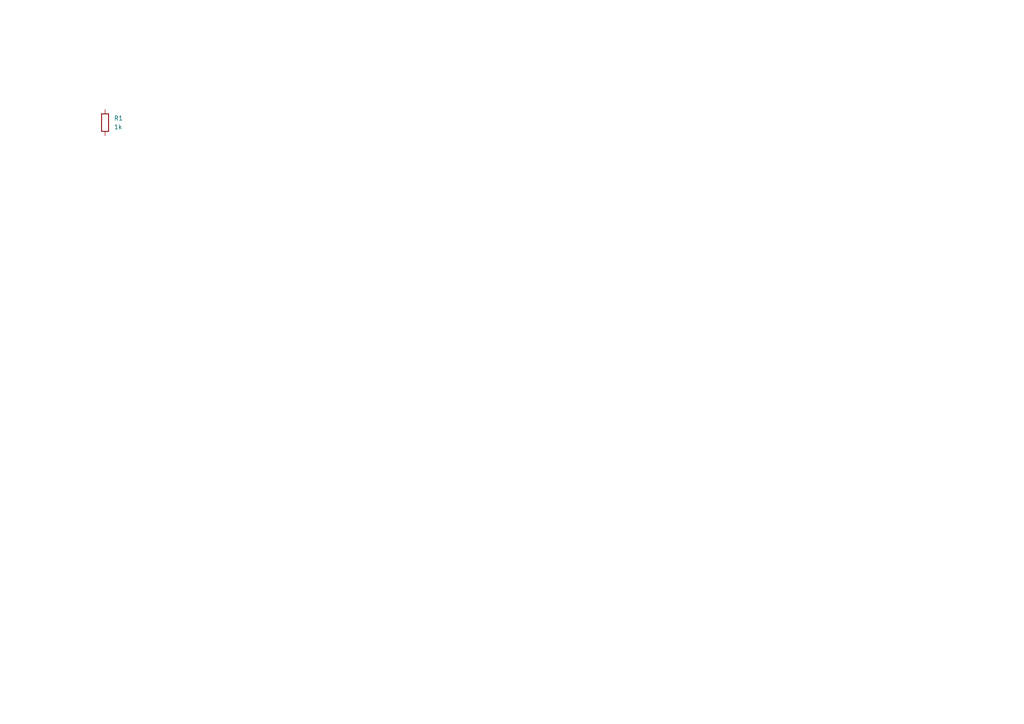
<source format=kicad_sch>
(kicad_sch (version 20250114) (generator "circuit_synth") (generator_version "0.8.36")
  (paper "A4")
  (title_block (title "perf_simple"))
  (lib_symbols
    (symbol "Device:R" (pin_numbers (hide yes)) (pin_names (offset 0))
      (property "Reference" "R" (at 2.032 0 90))
      (property "Value" "R" (at 0 0 90))
      (symbol "R_0_1"
        (rectangle (start -1.016 -2.54) (end 1.016 2.54) (stroke (width 0.254)))
      )
      (symbol "R_1_1"
        (pin passive line (at 0 3.81 270) (length 1.27) (name "~") (number "1"))
        (pin passive line (at 0 -3.81 90) (length 1.27) (name "~") (number "2"))
      )
    )
  )
  (symbol (lib_id "Device:R") (at 30.48 35.56 0) (unit 1)
    (property "Reference" "R1" (at 33.02 34.2899 0) (effects (justify left)))
    (property "Value" "1k" (at 33.02 36.8299 0) (effects (justify left)))
    (property "Footprint" "Resistor_SMD:R_0603_1608Metric" (effects (hide yes)))
    (property "hierarchy_path" "/799e7074-8c91-414d-a1e9-720d6ecb00cd" (effects (hide yes)))
    (property "project_name" "perf_simple" (effects (hide yes)))
    (property "root_uuid" "799e7074-8c91-414d-a1e9-720d6ecb00cd" (effects (hide yes)))
  )
)
</source>
